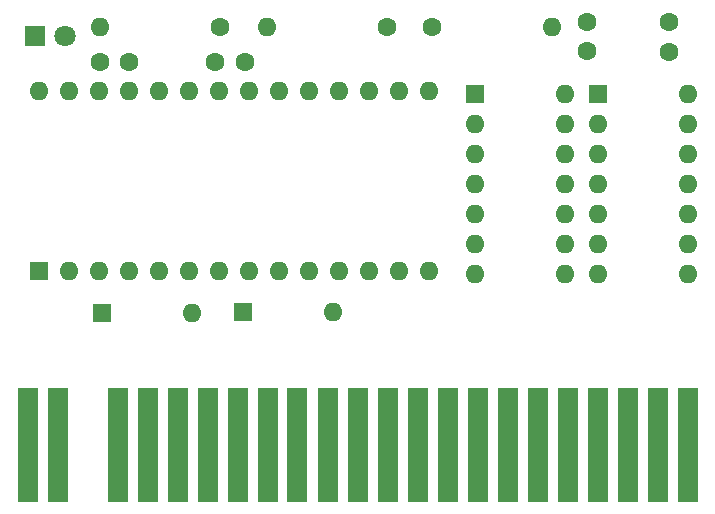
<source format=gbr>
%TF.GenerationSoftware,KiCad,Pcbnew,8.0.2-1*%
%TF.CreationDate,2024-06-12T00:12:27+02:00*%
%TF.ProjectId,zx81-external-16k,7a783831-2d65-4787-9465-726e616c2d31,rev?*%
%TF.SameCoordinates,Original*%
%TF.FileFunction,Soldermask,Top*%
%TF.FilePolarity,Negative*%
%FSLAX46Y46*%
G04 Gerber Fmt 4.6, Leading zero omitted, Abs format (unit mm)*
G04 Created by KiCad (PCBNEW 8.0.2-1) date 2024-06-12 00:12:27*
%MOMM*%
%LPD*%
G01*
G04 APERTURE LIST*
%ADD10R,1.600000X1.600000*%
%ADD11O,1.600000X1.600000*%
%ADD12C,1.600000*%
%ADD13R,1.778000X9.620000*%
%ADD14R,1.800000X1.800000*%
%ADD15C,1.800000*%
G04 APERTURE END LIST*
D10*
%TO.C,D2*%
X120250000Y-112160000D03*
D11*
X127870000Y-112160000D03*
%TD*%
D10*
%TO.C,D3*%
X108300000Y-112200000D03*
D11*
X115920000Y-112200000D03*
%TD*%
D10*
%TO.C,U3*%
X150300000Y-93670000D03*
D11*
X150300000Y-96210000D03*
X150300000Y-98750000D03*
X150300000Y-101290000D03*
X150300000Y-103830000D03*
X150300000Y-106370000D03*
X150300000Y-108910000D03*
X157920000Y-108910000D03*
X157920000Y-106370000D03*
X157920000Y-103830000D03*
X157920000Y-101290000D03*
X157920000Y-98750000D03*
X157920000Y-96210000D03*
X157920000Y-93670000D03*
%TD*%
D12*
%TO.C,R3*%
X132400000Y-88030000D03*
D11*
X122240000Y-88030000D03*
%TD*%
D12*
%TO.C,R2*%
X136250000Y-88000000D03*
D11*
X146410000Y-88000000D03*
%TD*%
D12*
%TO.C,R1*%
X118260000Y-88000000D03*
D11*
X108100000Y-88000000D03*
%TD*%
D10*
%TO.C,U2*%
X139840000Y-93670000D03*
D11*
X139840000Y-96210000D03*
X139840000Y-98750000D03*
X139840000Y-101290000D03*
X139840000Y-103830000D03*
X139840000Y-106370000D03*
X139840000Y-108910000D03*
X147460000Y-108910000D03*
X147460000Y-106370000D03*
X147460000Y-103830000D03*
X147460000Y-101290000D03*
X147460000Y-98750000D03*
X147460000Y-96210000D03*
X147460000Y-93670000D03*
%TD*%
D10*
%TO.C,U1*%
X102940000Y-108705000D03*
D11*
X105480000Y-108705000D03*
X108020000Y-108705000D03*
X110560000Y-108705000D03*
X113100000Y-108705000D03*
X115640000Y-108705000D03*
X118180000Y-108705000D03*
X120720000Y-108705000D03*
X123260000Y-108705000D03*
X125800000Y-108705000D03*
X128340000Y-108705000D03*
X130880000Y-108705000D03*
X133420000Y-108705000D03*
X135960000Y-108705000D03*
X135960000Y-93465000D03*
X133420000Y-93465000D03*
X130880000Y-93465000D03*
X128340000Y-93465000D03*
X125800000Y-93465000D03*
X123260000Y-93465000D03*
X120720000Y-93465000D03*
X118180000Y-93465000D03*
X115640000Y-93465000D03*
X113100000Y-93465000D03*
X110560000Y-93465000D03*
X108020000Y-93465000D03*
X105480000Y-93465000D03*
X102940000Y-93465000D03*
%TD*%
D13*
%TO.C,J1*%
X101980000Y-123400000D03*
X104520000Y-123400000D03*
X109600000Y-123400000D03*
X112140000Y-123400000D03*
X114680000Y-123400000D03*
X117220000Y-123400000D03*
X119760000Y-123400000D03*
X122300000Y-123400000D03*
X124830000Y-123400000D03*
X127380000Y-123400000D03*
X129920000Y-123400000D03*
X132460000Y-123400000D03*
X135000000Y-123400000D03*
X137540000Y-123400000D03*
X140080000Y-123400000D03*
X142620000Y-123400000D03*
X145160000Y-123400000D03*
X147700000Y-123400000D03*
X150240000Y-123400000D03*
X152780000Y-123400000D03*
X155320000Y-123400000D03*
X157860000Y-123400000D03*
%TD*%
D14*
%TO.C,D1*%
X102615000Y-88750000D03*
D15*
X105155000Y-88750000D03*
%TD*%
D12*
%TO.C,C4*%
X117850000Y-90980000D03*
X120350000Y-90980000D03*
%TD*%
%TO.C,C3*%
X156260000Y-90100000D03*
X156260000Y-87600000D03*
%TD*%
%TO.C,C2*%
X149370000Y-90070000D03*
X149370000Y-87570000D03*
%TD*%
%TO.C,C1*%
X108100000Y-90960000D03*
X110600000Y-90960000D03*
%TD*%
M02*

</source>
